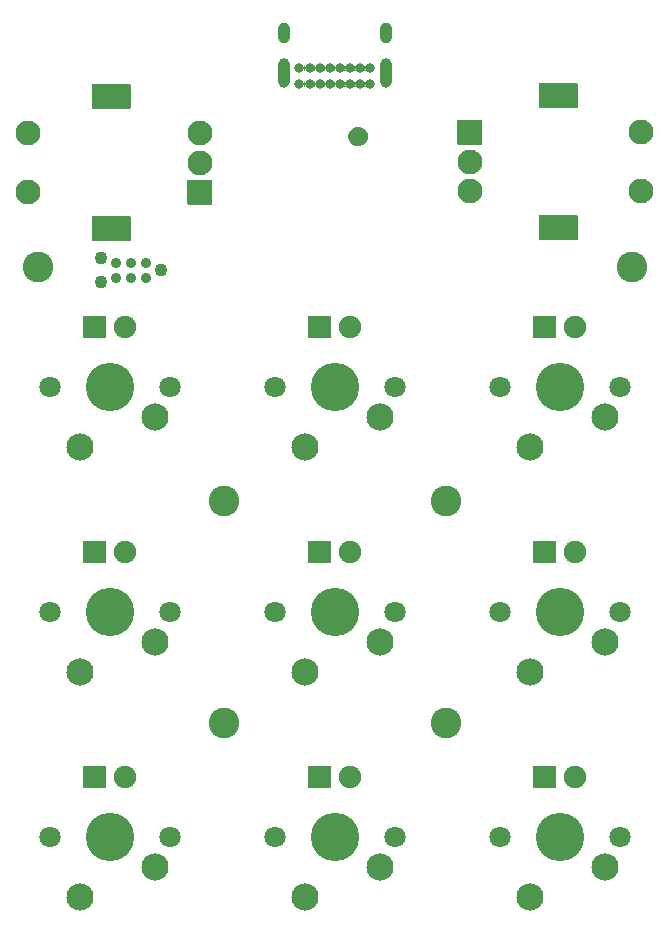
<source format=gbr>
G04 #@! TF.GenerationSoftware,KiCad,Pcbnew,(5.1.9)-1*
G04 #@! TF.CreationDate,2021-03-09T14:09:52+01:00*
G04 #@! TF.ProjectId,OpenMacroPad,4f70656e-4d61-4637-926f-5061642e6b69,rev?*
G04 #@! TF.SameCoordinates,Original*
G04 #@! TF.FileFunction,Soldermask,Bot*
G04 #@! TF.FilePolarity,Negative*
%FSLAX46Y46*%
G04 Gerber Fmt 4.6, Leading zero omitted, Abs format (unit mm)*
G04 Created by KiCad (PCBNEW (5.1.9)-1) date 2021-03-09 14:09:52*
%MOMM*%
%LPD*%
G01*
G04 APERTURE LIST*
%ADD10C,0.010000*%
%ADD11C,2.602000*%
%ADD12C,1.802000*%
%ADD13C,4.102000*%
%ADD14C,2.302000*%
%ADD15C,2.102000*%
%ADD16C,0.889400*%
%ADD17C,1.092600*%
%ADD18O,1.002000X1.802000*%
%ADD19O,1.002000X2.502000*%
%ADD20C,0.802000*%
%ADD21C,1.902000*%
%ADD22C,0.100000*%
G04 APERTURE END LIST*
D10*
G36*
X178373192Y-75819110D02*
G01*
X178156172Y-76005285D01*
X178009524Y-76253484D01*
X177956232Y-76537225D01*
X178019282Y-76830024D01*
X178192545Y-77077455D01*
X178470409Y-77248104D01*
X178805865Y-77303915D01*
X179126162Y-77235139D01*
X179175835Y-77209217D01*
X179374060Y-77011339D01*
X179508028Y-76725339D01*
X179544400Y-76429583D01*
X179534812Y-76365443D01*
X179434320Y-76149655D01*
X179255762Y-75932624D01*
X179216626Y-75897552D01*
X178926404Y-75738761D01*
X178637597Y-75721441D01*
X178373192Y-75819110D01*
G37*
X178373192Y-75819110D02*
X178156172Y-76005285D01*
X178009524Y-76253484D01*
X177956232Y-76537225D01*
X178019282Y-76830024D01*
X178192545Y-77077455D01*
X178470409Y-77248104D01*
X178805865Y-77303915D01*
X179126162Y-77235139D01*
X179175835Y-77209217D01*
X179374060Y-77011339D01*
X179508028Y-76725339D01*
X179544400Y-76429583D01*
X179534812Y-76365443D01*
X179434320Y-76149655D01*
X179255762Y-75932624D01*
X179216626Y-75897552D01*
X178926404Y-75738761D01*
X178637597Y-75721441D01*
X178373192Y-75819110D01*
G36*
X178373192Y-75819110D02*
G01*
X178156172Y-76005285D01*
X178009524Y-76253484D01*
X177956232Y-76537225D01*
X178019282Y-76830024D01*
X178192545Y-77077455D01*
X178470409Y-77248104D01*
X178805865Y-77303915D01*
X179126162Y-77235139D01*
X179175835Y-77209217D01*
X179374060Y-77011339D01*
X179508028Y-76725339D01*
X179544400Y-76429583D01*
X179534812Y-76365443D01*
X179434320Y-76149655D01*
X179255762Y-75932624D01*
X179216626Y-75897552D01*
X178926404Y-75738761D01*
X178637597Y-75721441D01*
X178373192Y-75819110D01*
G37*
X178373192Y-75819110D02*
X178156172Y-76005285D01*
X178009524Y-76253484D01*
X177956232Y-76537225D01*
X178019282Y-76830024D01*
X178192545Y-77077455D01*
X178470409Y-77248104D01*
X178805865Y-77303915D01*
X179126162Y-77235139D01*
X179175835Y-77209217D01*
X179374060Y-77011339D01*
X179508028Y-76725339D01*
X179544400Y-76429583D01*
X179534812Y-76365443D01*
X179434320Y-76149655D01*
X179255762Y-75932624D01*
X179216626Y-75897552D01*
X178926404Y-75738761D01*
X178637597Y-75721441D01*
X178373192Y-75819110D01*
D11*
X186182000Y-107442000D03*
D12*
X190754000Y-97790000D03*
X200914000Y-97790000D03*
D13*
X195834000Y-97790000D03*
D14*
X199644000Y-100330000D03*
X193294000Y-102870000D03*
G36*
G01*
X187163000Y-77200000D02*
X187163000Y-75200000D01*
G75*
G02*
X187214000Y-75149000I51000J0D01*
G01*
X189214000Y-75149000D01*
G75*
G02*
X189265000Y-75200000I0J-51000D01*
G01*
X189265000Y-77200000D01*
G75*
G02*
X189214000Y-77251000I-51000J0D01*
G01*
X187214000Y-77251000D01*
G75*
G02*
X187163000Y-77200000I0J51000D01*
G01*
G37*
D15*
X188214000Y-78700000D03*
X188214000Y-81200000D03*
G36*
G01*
X194063000Y-74100000D02*
X194063000Y-72100000D01*
G75*
G02*
X194114000Y-72049000I51000J0D01*
G01*
X197314000Y-72049000D01*
G75*
G02*
X197365000Y-72100000I0J-51000D01*
G01*
X197365000Y-74100000D01*
G75*
G02*
X197314000Y-74151000I-51000J0D01*
G01*
X194114000Y-74151000D01*
G75*
G02*
X194063000Y-74100000I0J51000D01*
G01*
G37*
G36*
G01*
X194063000Y-85300000D02*
X194063000Y-83300000D01*
G75*
G02*
X194114000Y-83249000I51000J0D01*
G01*
X197314000Y-83249000D01*
G75*
G02*
X197365000Y-83300000I0J-51000D01*
G01*
X197365000Y-85300000D01*
G75*
G02*
X197314000Y-85351000I-51000J0D01*
G01*
X194114000Y-85351000D01*
G75*
G02*
X194063000Y-85300000I0J51000D01*
G01*
G37*
X202714000Y-76200000D03*
X202714000Y-81200000D03*
D12*
X190754000Y-135890000D03*
X200914000Y-135890000D03*
D13*
X195834000Y-135890000D03*
D14*
X199644000Y-138430000D03*
X193294000Y-140970000D03*
X174244000Y-140970000D03*
X180594000Y-138430000D03*
D13*
X176784000Y-135890000D03*
D12*
X181864000Y-135890000D03*
X171704000Y-135890000D03*
X152654000Y-135890000D03*
X162814000Y-135890000D03*
D13*
X157734000Y-135890000D03*
D14*
X161544000Y-138430000D03*
X155194000Y-140970000D03*
X193294000Y-121920000D03*
X199644000Y-119380000D03*
D13*
X195834000Y-116840000D03*
D12*
X200914000Y-116840000D03*
X190754000Y-116840000D03*
X171704000Y-116840000D03*
X181864000Y-116840000D03*
D13*
X176784000Y-116840000D03*
D14*
X180594000Y-119380000D03*
X174244000Y-121920000D03*
X155194000Y-121920000D03*
X161544000Y-119380000D03*
D13*
X157734000Y-116840000D03*
D12*
X162814000Y-116840000D03*
X152654000Y-116840000D03*
D14*
X174244000Y-102870000D03*
X180594000Y-100330000D03*
D13*
X176784000Y-97790000D03*
D12*
X181864000Y-97790000D03*
X171704000Y-97790000D03*
X152654000Y-97790000D03*
X162814000Y-97790000D03*
D13*
X157734000Y-97790000D03*
D14*
X161544000Y-100330000D03*
X155194000Y-102870000D03*
D11*
X186182000Y-126238000D03*
X167386000Y-126238000D03*
X167386000Y-107442000D03*
X201930000Y-87630000D03*
X151638000Y-87630000D03*
D16*
X158242000Y-87249000D03*
X158242000Y-88519000D03*
X159512000Y-87249000D03*
X159512000Y-88519000D03*
X160782000Y-87249000D03*
X160782000Y-88519000D03*
D17*
X162052000Y-87884000D03*
X156972000Y-88900000D03*
X156972000Y-86868000D03*
D18*
X172459000Y-67776000D03*
X181109000Y-67776000D03*
D19*
X172459000Y-71156000D03*
X181109000Y-71156000D03*
D20*
X176359000Y-70786000D03*
X173809000Y-70786000D03*
X174659000Y-70786000D03*
X175509000Y-70786000D03*
X179759000Y-70786000D03*
X178059000Y-70786000D03*
X177209000Y-70786000D03*
X178909000Y-70786000D03*
X173809000Y-72136000D03*
X174659000Y-72136000D03*
X175509000Y-72136000D03*
X176359000Y-72136000D03*
X177209000Y-72136000D03*
X178059000Y-72136000D03*
X178909000Y-72136000D03*
X179759000Y-72136000D03*
D21*
X197104000Y-130810000D03*
G36*
G01*
X193613000Y-131710000D02*
X193613000Y-129910000D01*
G75*
G02*
X193664000Y-129859000I51000J0D01*
G01*
X195464000Y-129859000D01*
G75*
G02*
X195515000Y-129910000I0J-51000D01*
G01*
X195515000Y-131710000D01*
G75*
G02*
X195464000Y-131761000I-51000J0D01*
G01*
X193664000Y-131761000D01*
G75*
G02*
X193613000Y-131710000I0J51000D01*
G01*
G37*
X178054000Y-130810000D03*
G36*
G01*
X174563000Y-131710000D02*
X174563000Y-129910000D01*
G75*
G02*
X174614000Y-129859000I51000J0D01*
G01*
X176414000Y-129859000D01*
G75*
G02*
X176465000Y-129910000I0J-51000D01*
G01*
X176465000Y-131710000D01*
G75*
G02*
X176414000Y-131761000I-51000J0D01*
G01*
X174614000Y-131761000D01*
G75*
G02*
X174563000Y-131710000I0J51000D01*
G01*
G37*
X159004000Y-130810000D03*
G36*
G01*
X155513000Y-131710000D02*
X155513000Y-129910000D01*
G75*
G02*
X155564000Y-129859000I51000J0D01*
G01*
X157364000Y-129859000D01*
G75*
G02*
X157415000Y-129910000I0J-51000D01*
G01*
X157415000Y-131710000D01*
G75*
G02*
X157364000Y-131761000I-51000J0D01*
G01*
X155564000Y-131761000D01*
G75*
G02*
X155513000Y-131710000I0J51000D01*
G01*
G37*
X197104000Y-111760000D03*
G36*
G01*
X193613000Y-112660000D02*
X193613000Y-110860000D01*
G75*
G02*
X193664000Y-110809000I51000J0D01*
G01*
X195464000Y-110809000D01*
G75*
G02*
X195515000Y-110860000I0J-51000D01*
G01*
X195515000Y-112660000D01*
G75*
G02*
X195464000Y-112711000I-51000J0D01*
G01*
X193664000Y-112711000D01*
G75*
G02*
X193613000Y-112660000I0J51000D01*
G01*
G37*
X178054000Y-111760000D03*
G36*
G01*
X174563000Y-112660000D02*
X174563000Y-110860000D01*
G75*
G02*
X174614000Y-110809000I51000J0D01*
G01*
X176414000Y-110809000D01*
G75*
G02*
X176465000Y-110860000I0J-51000D01*
G01*
X176465000Y-112660000D01*
G75*
G02*
X176414000Y-112711000I-51000J0D01*
G01*
X174614000Y-112711000D01*
G75*
G02*
X174563000Y-112660000I0J51000D01*
G01*
G37*
X159004000Y-111760000D03*
G36*
G01*
X155513000Y-112660000D02*
X155513000Y-110860000D01*
G75*
G02*
X155564000Y-110809000I51000J0D01*
G01*
X157364000Y-110809000D01*
G75*
G02*
X157415000Y-110860000I0J-51000D01*
G01*
X157415000Y-112660000D01*
G75*
G02*
X157364000Y-112711000I-51000J0D01*
G01*
X155564000Y-112711000D01*
G75*
G02*
X155513000Y-112660000I0J51000D01*
G01*
G37*
X197104000Y-92710000D03*
G36*
G01*
X193613000Y-93610000D02*
X193613000Y-91810000D01*
G75*
G02*
X193664000Y-91759000I51000J0D01*
G01*
X195464000Y-91759000D01*
G75*
G02*
X195515000Y-91810000I0J-51000D01*
G01*
X195515000Y-93610000D01*
G75*
G02*
X195464000Y-93661000I-51000J0D01*
G01*
X193664000Y-93661000D01*
G75*
G02*
X193613000Y-93610000I0J51000D01*
G01*
G37*
X159004000Y-92710000D03*
G36*
G01*
X155513000Y-93610000D02*
X155513000Y-91810000D01*
G75*
G02*
X155564000Y-91759000I51000J0D01*
G01*
X157364000Y-91759000D01*
G75*
G02*
X157415000Y-91810000I0J-51000D01*
G01*
X157415000Y-93610000D01*
G75*
G02*
X157364000Y-93661000I-51000J0D01*
G01*
X155564000Y-93661000D01*
G75*
G02*
X155513000Y-93610000I0J51000D01*
G01*
G37*
X178054000Y-92710000D03*
G36*
G01*
X174563000Y-93610000D02*
X174563000Y-91810000D01*
G75*
G02*
X174614000Y-91759000I51000J0D01*
G01*
X176414000Y-91759000D01*
G75*
G02*
X176465000Y-91810000I0J-51000D01*
G01*
X176465000Y-93610000D01*
G75*
G02*
X176414000Y-93661000I-51000J0D01*
G01*
X174614000Y-93661000D01*
G75*
G02*
X174563000Y-93610000I0J51000D01*
G01*
G37*
G36*
G01*
X166405000Y-80280000D02*
X166405000Y-82280000D01*
G75*
G02*
X166354000Y-82331000I-51000J0D01*
G01*
X164354000Y-82331000D01*
G75*
G02*
X164303000Y-82280000I0J51000D01*
G01*
X164303000Y-80280000D01*
G75*
G02*
X164354000Y-80229000I51000J0D01*
G01*
X166354000Y-80229000D01*
G75*
G02*
X166405000Y-80280000I0J-51000D01*
G01*
G37*
D15*
X165354000Y-78780000D03*
X165354000Y-76280000D03*
G36*
G01*
X159505000Y-83380000D02*
X159505000Y-85380000D01*
G75*
G02*
X159454000Y-85431000I-51000J0D01*
G01*
X156254000Y-85431000D01*
G75*
G02*
X156203000Y-85380000I0J51000D01*
G01*
X156203000Y-83380000D01*
G75*
G02*
X156254000Y-83329000I51000J0D01*
G01*
X159454000Y-83329000D01*
G75*
G02*
X159505000Y-83380000I0J-51000D01*
G01*
G37*
G36*
G01*
X159505000Y-72180000D02*
X159505000Y-74180000D01*
G75*
G02*
X159454000Y-74231000I-51000J0D01*
G01*
X156254000Y-74231000D01*
G75*
G02*
X156203000Y-74180000I0J51000D01*
G01*
X156203000Y-72180000D01*
G75*
G02*
X156254000Y-72129000I51000J0D01*
G01*
X159454000Y-72129000D01*
G75*
G02*
X159505000Y-72180000I0J-51000D01*
G01*
G37*
X150854000Y-81280000D03*
X150854000Y-76280000D03*
D22*
G36*
X175835509Y-71902767D02*
G01*
X175847033Y-71916810D01*
X175865670Y-71932105D01*
X175886934Y-71943470D01*
X175910009Y-71950470D01*
X175934000Y-71952833D01*
X175957991Y-71950470D01*
X175981066Y-71943470D01*
X176002330Y-71932105D01*
X176020967Y-71916810D01*
X176032491Y-71902767D01*
X176034363Y-71902063D01*
X176035909Y-71903331D01*
X176035700Y-71905147D01*
X176007123Y-71947917D01*
X175977191Y-72020178D01*
X175961931Y-72096894D01*
X175961931Y-72175106D01*
X175977191Y-72251822D01*
X176007123Y-72324083D01*
X176035700Y-72366853D01*
X176035831Y-72368849D01*
X176034168Y-72369960D01*
X176032491Y-72369233D01*
X176020967Y-72355190D01*
X176002330Y-72339895D01*
X175981066Y-72328530D01*
X175957991Y-72321530D01*
X175934000Y-72319167D01*
X175910009Y-72321530D01*
X175886934Y-72328530D01*
X175865670Y-72339895D01*
X175847033Y-72355190D01*
X175835509Y-72369233D01*
X175833637Y-72369937D01*
X175832091Y-72368669D01*
X175832300Y-72366853D01*
X175860877Y-72324083D01*
X175890809Y-72251822D01*
X175906069Y-72175106D01*
X175906069Y-72096894D01*
X175890809Y-72020178D01*
X175860877Y-71947917D01*
X175832300Y-71905147D01*
X175832169Y-71903151D01*
X175833832Y-71902040D01*
X175835509Y-71902767D01*
G37*
G36*
X177535509Y-71902767D02*
G01*
X177547033Y-71916810D01*
X177565670Y-71932105D01*
X177586934Y-71943470D01*
X177610009Y-71950470D01*
X177634000Y-71952833D01*
X177657991Y-71950470D01*
X177681066Y-71943470D01*
X177702330Y-71932105D01*
X177720967Y-71916810D01*
X177732491Y-71902767D01*
X177734363Y-71902063D01*
X177735909Y-71903331D01*
X177735700Y-71905147D01*
X177707123Y-71947917D01*
X177677191Y-72020178D01*
X177661931Y-72096894D01*
X177661931Y-72175106D01*
X177677191Y-72251822D01*
X177707123Y-72324083D01*
X177735700Y-72366853D01*
X177735831Y-72368849D01*
X177734168Y-72369960D01*
X177732491Y-72369233D01*
X177720967Y-72355190D01*
X177702330Y-72339895D01*
X177681066Y-72328530D01*
X177657991Y-72321530D01*
X177634000Y-72319167D01*
X177610009Y-72321530D01*
X177586934Y-72328530D01*
X177565670Y-72339895D01*
X177547033Y-72355190D01*
X177535509Y-72369233D01*
X177533637Y-72369937D01*
X177532091Y-72368669D01*
X177532300Y-72366853D01*
X177560877Y-72324083D01*
X177590809Y-72251822D01*
X177606069Y-72175106D01*
X177606069Y-72096894D01*
X177590809Y-72020178D01*
X177560877Y-71947917D01*
X177532300Y-71905147D01*
X177532169Y-71903151D01*
X177533832Y-71902040D01*
X177535509Y-71902767D01*
G37*
G36*
X178385509Y-71902767D02*
G01*
X178397033Y-71916810D01*
X178415670Y-71932105D01*
X178436934Y-71943470D01*
X178460009Y-71950470D01*
X178484000Y-71952833D01*
X178507991Y-71950470D01*
X178531066Y-71943470D01*
X178552330Y-71932105D01*
X178570967Y-71916810D01*
X178582491Y-71902767D01*
X178584363Y-71902063D01*
X178585909Y-71903331D01*
X178585700Y-71905147D01*
X178557123Y-71947917D01*
X178527191Y-72020178D01*
X178511931Y-72096894D01*
X178511931Y-72175106D01*
X178527191Y-72251822D01*
X178557123Y-72324083D01*
X178585700Y-72366853D01*
X178585831Y-72368849D01*
X178584168Y-72369960D01*
X178582491Y-72369233D01*
X178570967Y-72355190D01*
X178552330Y-72339895D01*
X178531066Y-72328530D01*
X178507991Y-72321530D01*
X178484000Y-72319167D01*
X178460009Y-72321530D01*
X178436934Y-72328530D01*
X178415670Y-72339895D01*
X178397033Y-72355190D01*
X178385509Y-72369233D01*
X178383637Y-72369937D01*
X178382091Y-72368669D01*
X178382300Y-72366853D01*
X178410877Y-72324083D01*
X178440809Y-72251822D01*
X178456069Y-72175106D01*
X178456069Y-72096894D01*
X178440809Y-72020178D01*
X178410877Y-71947917D01*
X178382300Y-71905147D01*
X178382169Y-71903151D01*
X178383832Y-71902040D01*
X178385509Y-71902767D01*
G37*
G36*
X174985509Y-71902767D02*
G01*
X174997033Y-71916810D01*
X175015670Y-71932105D01*
X175036934Y-71943470D01*
X175060009Y-71950470D01*
X175084000Y-71952833D01*
X175107991Y-71950470D01*
X175131066Y-71943470D01*
X175152330Y-71932105D01*
X175170967Y-71916810D01*
X175182491Y-71902767D01*
X175184363Y-71902063D01*
X175185909Y-71903331D01*
X175185700Y-71905147D01*
X175157123Y-71947917D01*
X175127191Y-72020178D01*
X175111931Y-72096894D01*
X175111931Y-72175106D01*
X175127191Y-72251822D01*
X175157123Y-72324083D01*
X175185700Y-72366853D01*
X175185831Y-72368849D01*
X175184168Y-72369960D01*
X175182491Y-72369233D01*
X175170967Y-72355190D01*
X175152330Y-72339895D01*
X175131066Y-72328530D01*
X175107991Y-72321530D01*
X175084000Y-72319167D01*
X175060009Y-72321530D01*
X175036934Y-72328530D01*
X175015670Y-72339895D01*
X174997033Y-72355190D01*
X174985509Y-72369233D01*
X174983637Y-72369937D01*
X174982091Y-72368669D01*
X174982300Y-72366853D01*
X175010877Y-72324083D01*
X175040809Y-72251822D01*
X175056069Y-72175106D01*
X175056069Y-72096894D01*
X175040809Y-72020178D01*
X175010877Y-71947917D01*
X174982300Y-71905147D01*
X174982169Y-71903151D01*
X174983832Y-71902040D01*
X174985509Y-71902767D01*
G37*
G36*
X174135509Y-71902767D02*
G01*
X174147033Y-71916810D01*
X174165670Y-71932105D01*
X174186934Y-71943470D01*
X174210009Y-71950470D01*
X174234000Y-71952833D01*
X174257991Y-71950470D01*
X174281066Y-71943470D01*
X174302330Y-71932105D01*
X174320967Y-71916810D01*
X174332491Y-71902767D01*
X174334363Y-71902063D01*
X174335909Y-71903331D01*
X174335700Y-71905147D01*
X174307123Y-71947917D01*
X174277191Y-72020178D01*
X174261931Y-72096894D01*
X174261931Y-72175106D01*
X174277191Y-72251822D01*
X174307123Y-72324083D01*
X174335700Y-72366853D01*
X174335831Y-72368849D01*
X174334168Y-72369960D01*
X174332491Y-72369233D01*
X174320967Y-72355190D01*
X174302330Y-72339895D01*
X174281066Y-72328530D01*
X174257991Y-72321530D01*
X174234000Y-72319167D01*
X174210009Y-72321530D01*
X174186934Y-72328530D01*
X174165670Y-72339895D01*
X174147033Y-72355190D01*
X174135509Y-72369233D01*
X174133637Y-72369937D01*
X174132091Y-72368669D01*
X174132300Y-72366853D01*
X174160877Y-72324083D01*
X174190809Y-72251822D01*
X174206069Y-72175106D01*
X174206069Y-72096894D01*
X174190809Y-72020178D01*
X174160877Y-71947917D01*
X174132300Y-71905147D01*
X174132169Y-71903151D01*
X174133832Y-71902040D01*
X174135509Y-71902767D01*
G37*
G36*
X179235509Y-71902767D02*
G01*
X179247033Y-71916810D01*
X179265670Y-71932105D01*
X179286934Y-71943470D01*
X179310009Y-71950470D01*
X179334000Y-71952833D01*
X179357991Y-71950470D01*
X179381066Y-71943470D01*
X179402330Y-71932105D01*
X179420967Y-71916810D01*
X179432491Y-71902767D01*
X179434363Y-71902063D01*
X179435909Y-71903331D01*
X179435700Y-71905147D01*
X179407123Y-71947917D01*
X179377191Y-72020178D01*
X179361931Y-72096894D01*
X179361931Y-72175106D01*
X179377191Y-72251822D01*
X179407123Y-72324083D01*
X179435700Y-72366853D01*
X179435831Y-72368849D01*
X179434168Y-72369960D01*
X179432491Y-72369233D01*
X179420967Y-72355190D01*
X179402330Y-72339895D01*
X179381066Y-72328530D01*
X179357991Y-72321530D01*
X179334000Y-72319167D01*
X179310009Y-72321530D01*
X179286934Y-72328530D01*
X179265670Y-72339895D01*
X179247033Y-72355190D01*
X179235509Y-72369233D01*
X179233637Y-72369937D01*
X179232091Y-72368669D01*
X179232300Y-72366853D01*
X179260877Y-72324083D01*
X179290809Y-72251822D01*
X179306069Y-72175106D01*
X179306069Y-72096894D01*
X179290809Y-72020178D01*
X179260877Y-71947917D01*
X179232300Y-71905147D01*
X179232169Y-71903151D01*
X179233832Y-71902040D01*
X179235509Y-71902767D01*
G37*
G36*
X176685509Y-71902767D02*
G01*
X176697033Y-71916810D01*
X176715670Y-71932105D01*
X176736934Y-71943470D01*
X176760009Y-71950470D01*
X176784000Y-71952833D01*
X176807991Y-71950470D01*
X176831066Y-71943470D01*
X176852330Y-71932105D01*
X176870967Y-71916810D01*
X176882491Y-71902767D01*
X176884363Y-71902063D01*
X176885909Y-71903331D01*
X176885700Y-71905147D01*
X176857123Y-71947917D01*
X176827191Y-72020178D01*
X176811931Y-72096894D01*
X176811931Y-72175106D01*
X176827191Y-72251822D01*
X176857123Y-72324083D01*
X176885700Y-72366853D01*
X176885831Y-72368849D01*
X176884168Y-72369960D01*
X176882491Y-72369233D01*
X176870967Y-72355190D01*
X176852330Y-72339895D01*
X176831066Y-72328530D01*
X176807991Y-72321530D01*
X176784000Y-72319167D01*
X176760009Y-72321530D01*
X176736934Y-72328530D01*
X176715670Y-72339895D01*
X176697033Y-72355190D01*
X176685509Y-72369233D01*
X176683637Y-72369937D01*
X176682091Y-72368669D01*
X176682300Y-72366853D01*
X176710877Y-72324083D01*
X176740809Y-72251822D01*
X176756069Y-72175106D01*
X176756069Y-72096894D01*
X176740809Y-72020178D01*
X176710877Y-71947917D01*
X176682300Y-71905147D01*
X176682169Y-71903151D01*
X176683832Y-71902040D01*
X176685509Y-71902767D01*
G37*
G36*
X178385509Y-70552767D02*
G01*
X178397033Y-70566810D01*
X178415670Y-70582105D01*
X178436934Y-70593470D01*
X178460009Y-70600470D01*
X178484000Y-70602833D01*
X178507991Y-70600470D01*
X178531066Y-70593470D01*
X178552330Y-70582105D01*
X178570967Y-70566810D01*
X178582491Y-70552767D01*
X178584363Y-70552063D01*
X178585909Y-70553331D01*
X178585700Y-70555147D01*
X178557123Y-70597917D01*
X178527191Y-70670178D01*
X178511931Y-70746894D01*
X178511931Y-70825106D01*
X178527191Y-70901822D01*
X178557123Y-70974083D01*
X178585700Y-71016853D01*
X178585831Y-71018849D01*
X178584168Y-71019960D01*
X178582491Y-71019233D01*
X178570967Y-71005190D01*
X178552330Y-70989895D01*
X178531066Y-70978530D01*
X178507991Y-70971530D01*
X178484000Y-70969167D01*
X178460009Y-70971530D01*
X178436934Y-70978530D01*
X178415670Y-70989895D01*
X178397033Y-71005190D01*
X178385509Y-71019233D01*
X178383637Y-71019937D01*
X178382091Y-71018669D01*
X178382300Y-71016853D01*
X178410877Y-70974083D01*
X178440809Y-70901822D01*
X178456069Y-70825106D01*
X178456069Y-70746894D01*
X178440809Y-70670178D01*
X178410877Y-70597917D01*
X178382300Y-70555147D01*
X178382169Y-70553151D01*
X178383832Y-70552040D01*
X178385509Y-70552767D01*
G37*
G36*
X176685509Y-70552767D02*
G01*
X176697033Y-70566810D01*
X176715670Y-70582105D01*
X176736934Y-70593470D01*
X176760009Y-70600470D01*
X176784000Y-70602833D01*
X176807991Y-70600470D01*
X176831066Y-70593470D01*
X176852330Y-70582105D01*
X176870967Y-70566810D01*
X176882491Y-70552767D01*
X176884363Y-70552063D01*
X176885909Y-70553331D01*
X176885700Y-70555147D01*
X176857123Y-70597917D01*
X176827191Y-70670178D01*
X176811931Y-70746894D01*
X176811931Y-70825106D01*
X176827191Y-70901822D01*
X176857123Y-70974083D01*
X176885700Y-71016853D01*
X176885831Y-71018849D01*
X176884168Y-71019960D01*
X176882491Y-71019233D01*
X176870967Y-71005190D01*
X176852330Y-70989895D01*
X176831066Y-70978530D01*
X176807991Y-70971530D01*
X176784000Y-70969167D01*
X176760009Y-70971530D01*
X176736934Y-70978530D01*
X176715670Y-70989895D01*
X176697033Y-71005190D01*
X176685509Y-71019233D01*
X176683637Y-71019937D01*
X176682091Y-71018669D01*
X176682300Y-71016853D01*
X176710877Y-70974083D01*
X176740809Y-70901822D01*
X176756069Y-70825106D01*
X176756069Y-70746894D01*
X176740809Y-70670178D01*
X176710877Y-70597917D01*
X176682300Y-70555147D01*
X176682169Y-70553151D01*
X176683832Y-70552040D01*
X176685509Y-70552767D01*
G37*
G36*
X174135509Y-70552767D02*
G01*
X174147033Y-70566810D01*
X174165670Y-70582105D01*
X174186934Y-70593470D01*
X174210009Y-70600470D01*
X174234000Y-70602833D01*
X174257991Y-70600470D01*
X174281066Y-70593470D01*
X174302330Y-70582105D01*
X174320967Y-70566810D01*
X174332491Y-70552767D01*
X174334363Y-70552063D01*
X174335909Y-70553331D01*
X174335700Y-70555147D01*
X174307123Y-70597917D01*
X174277191Y-70670178D01*
X174261931Y-70746894D01*
X174261931Y-70825106D01*
X174277191Y-70901822D01*
X174307123Y-70974083D01*
X174335700Y-71016853D01*
X174335831Y-71018849D01*
X174334168Y-71019960D01*
X174332491Y-71019233D01*
X174320967Y-71005190D01*
X174302330Y-70989895D01*
X174281066Y-70978530D01*
X174257991Y-70971530D01*
X174234000Y-70969167D01*
X174210009Y-70971530D01*
X174186934Y-70978530D01*
X174165670Y-70989895D01*
X174147033Y-71005190D01*
X174135509Y-71019233D01*
X174133637Y-71019937D01*
X174132091Y-71018669D01*
X174132300Y-71016853D01*
X174160877Y-70974083D01*
X174190809Y-70901822D01*
X174206069Y-70825106D01*
X174206069Y-70746894D01*
X174190809Y-70670178D01*
X174160877Y-70597917D01*
X174132300Y-70555147D01*
X174132169Y-70553151D01*
X174133832Y-70552040D01*
X174135509Y-70552767D01*
G37*
G36*
X174985509Y-70552767D02*
G01*
X174997033Y-70566810D01*
X175015670Y-70582105D01*
X175036934Y-70593470D01*
X175060009Y-70600470D01*
X175084000Y-70602833D01*
X175107991Y-70600470D01*
X175131066Y-70593470D01*
X175152330Y-70582105D01*
X175170967Y-70566810D01*
X175182491Y-70552767D01*
X175184363Y-70552063D01*
X175185909Y-70553331D01*
X175185700Y-70555147D01*
X175157123Y-70597917D01*
X175127191Y-70670178D01*
X175111931Y-70746894D01*
X175111931Y-70825106D01*
X175127191Y-70901822D01*
X175157123Y-70974083D01*
X175185700Y-71016853D01*
X175185831Y-71018849D01*
X175184168Y-71019960D01*
X175182491Y-71019233D01*
X175170967Y-71005190D01*
X175152330Y-70989895D01*
X175131066Y-70978530D01*
X175107991Y-70971530D01*
X175084000Y-70969167D01*
X175060009Y-70971530D01*
X175036934Y-70978530D01*
X175015670Y-70989895D01*
X174997033Y-71005190D01*
X174985509Y-71019233D01*
X174983637Y-71019937D01*
X174982091Y-71018669D01*
X174982300Y-71016853D01*
X175010877Y-70974083D01*
X175040809Y-70901822D01*
X175056069Y-70825106D01*
X175056069Y-70746894D01*
X175040809Y-70670178D01*
X175010877Y-70597917D01*
X174982300Y-70555147D01*
X174982169Y-70553151D01*
X174983832Y-70552040D01*
X174985509Y-70552767D01*
G37*
G36*
X179235509Y-70552767D02*
G01*
X179247033Y-70566810D01*
X179265670Y-70582105D01*
X179286934Y-70593470D01*
X179310009Y-70600470D01*
X179334000Y-70602833D01*
X179357991Y-70600470D01*
X179381066Y-70593470D01*
X179402330Y-70582105D01*
X179420967Y-70566810D01*
X179432491Y-70552767D01*
X179434363Y-70552063D01*
X179435909Y-70553331D01*
X179435700Y-70555147D01*
X179407123Y-70597917D01*
X179377191Y-70670178D01*
X179361931Y-70746894D01*
X179361931Y-70825106D01*
X179377191Y-70901822D01*
X179407123Y-70974083D01*
X179435700Y-71016853D01*
X179435831Y-71018849D01*
X179434168Y-71019960D01*
X179432491Y-71019233D01*
X179420967Y-71005190D01*
X179402330Y-70989895D01*
X179381066Y-70978530D01*
X179357991Y-70971530D01*
X179334000Y-70969167D01*
X179310009Y-70971530D01*
X179286934Y-70978530D01*
X179265670Y-70989895D01*
X179247033Y-71005190D01*
X179235509Y-71019233D01*
X179233637Y-71019937D01*
X179232091Y-71018669D01*
X179232300Y-71016853D01*
X179260877Y-70974083D01*
X179290809Y-70901822D01*
X179306069Y-70825106D01*
X179306069Y-70746894D01*
X179290809Y-70670178D01*
X179260877Y-70597917D01*
X179232300Y-70555147D01*
X179232169Y-70553151D01*
X179233832Y-70552040D01*
X179235509Y-70552767D01*
G37*
G36*
X177535509Y-70552767D02*
G01*
X177547033Y-70566810D01*
X177565670Y-70582105D01*
X177586934Y-70593470D01*
X177610009Y-70600470D01*
X177634000Y-70602833D01*
X177657991Y-70600470D01*
X177681066Y-70593470D01*
X177702330Y-70582105D01*
X177720967Y-70566810D01*
X177732491Y-70552767D01*
X177734363Y-70552063D01*
X177735909Y-70553331D01*
X177735700Y-70555147D01*
X177707123Y-70597917D01*
X177677191Y-70670178D01*
X177661931Y-70746894D01*
X177661931Y-70825106D01*
X177677191Y-70901822D01*
X177707123Y-70974083D01*
X177735700Y-71016853D01*
X177735831Y-71018849D01*
X177734168Y-71019960D01*
X177732491Y-71019233D01*
X177720967Y-71005190D01*
X177702330Y-70989895D01*
X177681066Y-70978530D01*
X177657991Y-70971530D01*
X177634000Y-70969167D01*
X177610009Y-70971530D01*
X177586934Y-70978530D01*
X177565670Y-70989895D01*
X177547033Y-71005190D01*
X177535509Y-71019233D01*
X177533637Y-71019937D01*
X177532091Y-71018669D01*
X177532300Y-71016853D01*
X177560877Y-70974083D01*
X177590809Y-70901822D01*
X177606069Y-70825106D01*
X177606069Y-70746894D01*
X177590809Y-70670178D01*
X177560877Y-70597917D01*
X177532300Y-70555147D01*
X177532169Y-70553151D01*
X177533832Y-70552040D01*
X177535509Y-70552767D01*
G37*
G36*
X175835509Y-70552767D02*
G01*
X175847033Y-70566810D01*
X175865670Y-70582105D01*
X175886934Y-70593470D01*
X175910009Y-70600470D01*
X175934000Y-70602833D01*
X175957991Y-70600470D01*
X175981066Y-70593470D01*
X176002330Y-70582105D01*
X176020967Y-70566810D01*
X176032491Y-70552767D01*
X176034363Y-70552063D01*
X176035909Y-70553331D01*
X176035700Y-70555147D01*
X176007123Y-70597917D01*
X175977191Y-70670178D01*
X175961931Y-70746894D01*
X175961931Y-70825106D01*
X175977191Y-70901822D01*
X176007123Y-70974083D01*
X176035700Y-71016853D01*
X176035831Y-71018849D01*
X176034168Y-71019960D01*
X176032491Y-71019233D01*
X176020967Y-71005190D01*
X176002330Y-70989895D01*
X175981066Y-70978530D01*
X175957991Y-70971530D01*
X175934000Y-70969167D01*
X175910009Y-70971530D01*
X175886934Y-70978530D01*
X175865670Y-70989895D01*
X175847033Y-71005190D01*
X175835509Y-71019233D01*
X175833637Y-71019937D01*
X175832091Y-71018669D01*
X175832300Y-71016853D01*
X175860877Y-70974083D01*
X175890809Y-70901822D01*
X175906069Y-70825106D01*
X175906069Y-70746894D01*
X175890809Y-70670178D01*
X175860877Y-70597917D01*
X175832300Y-70555147D01*
X175832169Y-70553151D01*
X175833832Y-70552040D01*
X175835509Y-70552767D01*
G37*
M02*

</source>
